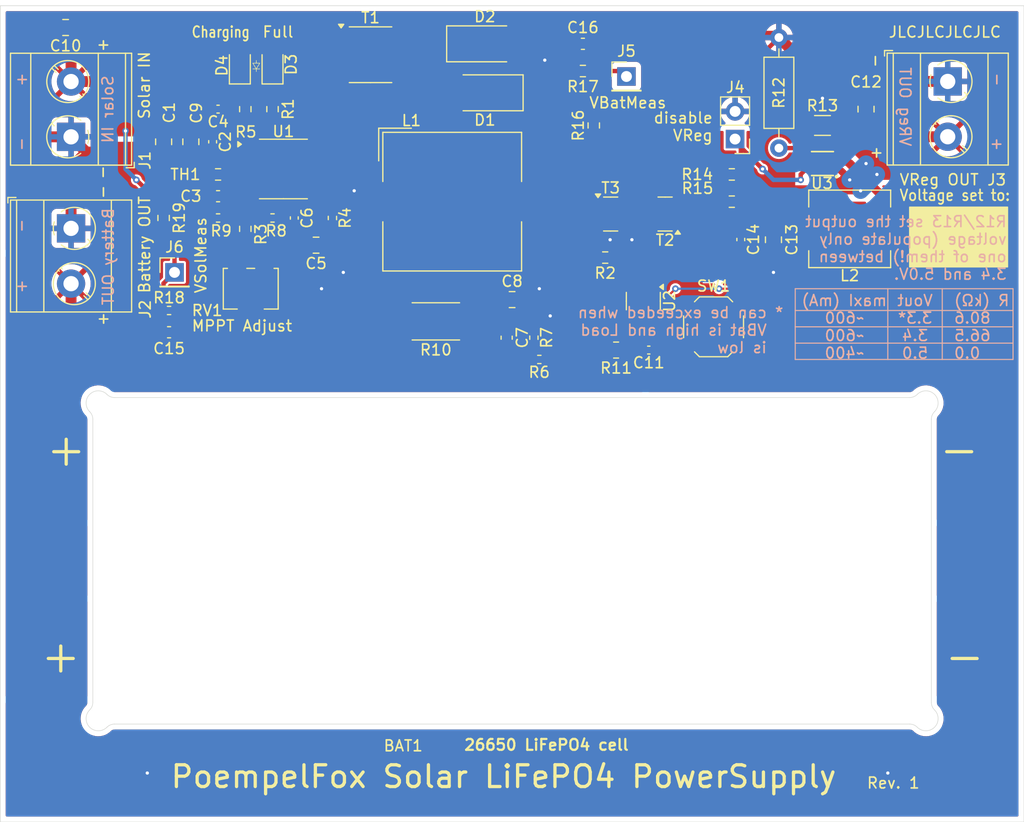
<source format=kicad_pcb>
(kicad_pcb (version 20240108) (generator "pcbnew") (generator_version "8.0")
  (layers (0 "F.Cu" signal) (31 "B.Cu" signal) (34 "B.Paste" user) (35 "F.Paste" user) (36 "B.SilkS" user "B.Silkscreen") (37 "F.SilkS" user "F.Silkscreen") (38 "B.Mask" user) (39 "F.Mask" user) (44 "Edge.Cuts" user))
  (net 0 "")
  (net 1 "Net-(D1-A)")
  (net 2 "Net-(D1-K)")
  (net 3 "GND")
  (net 4 "VSOLAR+")
  (net 5 "Net-(T1-G)")
  (net 6 "Net-(U1-CSP)")
  (net 7 "Net-(U1-FB)")
  (net 8 "Net-(U1-VG)")
  (net 9 "Net-(U1-DONE#)")
  (net 10 "VBAT+")
  (net 11 "Net-(U1-COM2)")
  (net 12 "Net-(U1-COM3)")
  (net 13 "Net-(U1-CHRG#)")
  (net 14 "Net-(U1-COM1)")
  (net 15 "Net-(U1-TEMP)")
  (net 17 "Net-(U1-MPPT)")
  (net 18 "Net-(D3-K)")
  (net 19 "Net-(D4-K)")
  (net 20 "Net-(R3-Pad2)")
  (net 21 "Net-(C5-Pad1)")
  (net 22 "Net-(U2-VDD)")
  (net 23 "VBAT-")
  (net 24 "Net-(U2-CS)")
  (net 25 "Net-(T2-D)")
  (net 26 "Net-(T2-G)")
  (net 27 "Net-(T3-G)")
  (net 29 "Net-(U3-SEL)")
  (net 30 "Net-(J4-Pin_1)")
  (net 31 "Net-(U3-LX)")
  (net 32 "Net-(R14-Pad2)")
  (net 33 "VREGOUT")
  (net 34 "Net-(J6-Pin_1)")
  (net 35 "Net-(J5-Pin_1)")
  (footprint "Capacitor_SMD:C_0603_1608Metric" (layer "F.Cu") (at 61 78.5 180)
    (property "Reference" "C3")
    (property "Value" "470pF")
  )
  (footprint "TerminalBlock_MetzConnect:TerminalBlock_MetzConnect_Type073_RT02602HBLU_1x02_P5.08mm_Horizontal" (layer "F.Cu") (at 128 67.955 -90)
    (property "Reference" "J3")
    (property "Value" "Screw_Terminal_01x02")
  )
  (footprint "Package_SO:TSSOP-16_4.4x5mm_P0.65mm" (layer "F.Cu") (at 67 76)
    (property "Reference" "U1")
    (property "Value" "CN3722")
  )
  (footprint "Resistor_SMD:R_0603_1608Metric" (layer "F.Cu") (at 95.5 72 90)
    (property "Reference" "R16")
    (property "Value" "10M")
  )
  (footprint "Capacitor_SMD:C_0805_2012Metric" (layer "F.Cu") (at 88 88)
    (property "Reference" "C8")
    (property "Value" "10uF")
  )
  (footprint "Connector_PinHeader_2.54mm:PinHeader_1x01_P2.54mm_Vertical" (layer "F.Cu") (at 57 85.5)
    (property "Reference" "J6")
    (property "Value" "SenseVSOLAR")
  )
  (footprint "Resistor_THT:R_Axial_DIN0207_L6.3mm_D2.5mm_P10.16mm_Horizontal" (layer "F.Cu") (at 112.5 74.08 90)
    (property "Reference" "R12")
    (property "Value" "VoltageSelA")
  )
  (footprint "Package_TO_SOT_SMD:SOT-23" (layer "F.Cu") (at 102.05 80.1375 180)
    (property "Reference" "T2")
    (property "Value" "AO3400A")
  )
  (footprint "Capacitor_SMD:C_0805_2012Metric" (layer "F.Cu") (at 112 82.5 -90)
    (property "Reference" "C13")
    (property "Value" "22uF")
  )
  (footprint "Resistor_SMD:R_0402_1005Metric" (layer "F.Cu") (at 56.5 89)
    (property "Reference" "R18")
    (property "Value" "1M")
  )
  (footprint "Resistor_SMD:R_0603_1608Metric" (layer "F.Cu") (at 56 80.5 -90)
    (property "Reference" "R19")
    (property "Value" "10M")
  )
  (footprint "Resistor_SMD:R_0603_1608Metric" (layer "F.Cu") (at 66 70.5 -90)
    (property "Reference" "R1")
    (property "Value" "2.4k")
  )
  (footprint "Resistor_SMD:R_0603_1608Metric" (layer "F.Cu") (at 61 76.5 180)
    (property "Reference" "TH1")
    (property "Value" "Thermistor NTC 10k")
  )
  (footprint "Diode_SMD:D_SMA" (layer "F.Cu") (at 85.5 64.5)
    (property "Reference" "D2")
    (property "Value" "SS34")
  )
  (footprint "Capacitor_SMD:C_0805_2012Metric" (layer "F.Cu") (at 56 73.5 -90)
    (property "Reference" "C1")
    (property "Value" "22uF")
  )
  (footprint "Resistor_SMD:R_0402_1005Metric" (layer "F.Cu") (at 61 80.5 180)
    (property "Reference" "R9")
    (property "Value" "1M")
  )
  (footprint "Connector_PinHeader_2.54mm:PinHeader_1x01_P2.54mm_Vertical" (layer "F.Cu") (at 98.5 67.5)
    (property "Reference" "J5")
    (property "Value" "SenseVBAT")
  )
  (footprint "Resistor_SMD:R_0603_1608Metric" (layer "F.Cu") (at 63.5 70.5 -90)
    (property "Reference" "R5")
    (property "Value" "2.4k")
  )
  (footprint "Capacitor_SMD:C_0805_2012Metric" (layer "F.Cu") (at 70 83 180)
    (property "Reference" "C5")
    (property "Value" "220nF")
  )
  (footprint "Resistor_SMD:R_2512_6332Metric" (layer "F.Cu") (at 81 90 180)
    (property "Reference" "R10")
    (property "Value" "200m")
  )
  (footprint "LED_SMD:LED_0805_2012Metric" (layer "F.Cu") (at 66 66.5 90)
    (property "Reference" "D3")
    (property "Value" "LED green")
  )
  (footprint "Capacitor_SMD:C_0805_2012Metric" (layer "F.Cu") (at 47 63 180)
    (property "Reference" "C10")
    (property "Value" "22uF")
  )
  (footprint "Connector_PinHeader_2.54mm:PinHeader_1x02_P2.54mm_Vertical" (layer "F.Cu") (at 108.475 73.25 180)
    (property "Reference" "J4")
    (property "Value" "disable-Jumper")
  )
  (footprint "Inductor_SMD:L_Sunlord_MWSA0603S" (layer "F.Cu") (at 119 81.5 180)
    (property "Reference" "L2")
    (property "Value" "4.7uH")
  )
  (footprint "Resistor_SMD:R_0603_1608Metric" (layer "F.Cu") (at 108.175 79 180)
    (property "Reference" "R15")
    (property "Value" "10M")
  )
  (footprint "Resistor_SMD:R_0402_1005Metric" (layer "F.Cu") (at 66 80.5)
    (property "Reference" "R8")
    (property "Value" "100k")
  )
  (footprint "Capacitor_SMD:C_0402_1005Metric" (layer "F.Cu") (at 68 80.5 -90)
    (property "Reference" "C6")
    (property "Value" "100nF")
  )
  (footprint "Resistor_SMD:R_0603_1608Metric" (layer "F.Cu") (at 108.175 76.5 180)
    (property "Reference" "R14")
    (property "Value" "10M")
  )
  (footprint "Capacitor_SMD:C_0805_2012Metric" (layer "F.Cu") (at 58.5 73.5 -90)
    (property "Reference" "C9")
    (property "Value" "22uF")
  )
  (footprint "Capacitor_SMD:C_0805_2012Metric" (layer "F.Cu") (at 120.5 70.5 90)
    (property "Reference" "C12")
    (property "Value" "22uF")
  )
  (footprint "foxisfrickellibrary:batteryholder_keystone_1106-jlcpcb" (layer "F.Cu") (at 88 112)
    (property "Reference" "BAT1")
    (property "Value" "~")
    (fp_line (start -38.5 -13) (end -38.5 13) (stroke (width 0.05)) (layer "Edge.Cuts"))
    (fp_line (start -36.5 -15) (end 36.5 -15) (stroke (width 0.05)) (layer "Edge.Cuts"))
    (fp_line (start -36.5 15) (end 36.5 15) (stroke (width 0.05)) (layer "Edge.Cuts"))
    (fp_line (start 38.5 -13) (end 38.5 13) (stroke (width 0.05)) (layer "Edge.Cuts"))
    (fp_arc (start -38.792893 -13.707107) (mid -38.57612 -13.382684) (end -38.5 -13) (stroke (width 0.05)) (layer "Edge.Cuts"))
    (fp_arc (start -38.792893 -13.707107) (mid -38.792893 -15.292893) (end -37.207107 -15.292893) (stroke (width 0.05)) (layer "Edge.Cuts"))
    (fp_arc (start -38.5 13) (mid -38.57612 13.382684) (end -38.792893 13.707107) (stroke (width 0.05)) (layer "Edge.Cuts"))
    (fp_arc (start -37.207107 15.292893) (mid -38.792893 15.292893) (end -38.792893 13.707107) (stroke (width 0.05)) (layer "Edge.Cuts"))
    (fp_arc (start -37.207107 15.292893) (mid -36.882684 15.07612) (end -36.5 15) (stroke (width 0.05)) (layer "Edge.Cuts"))
    (fp_arc (start -36.5 -15) (mid -36.882684 -15.07612) (end -37.207107 -15.292893) (stroke (width 0.05)) (layer "Edge.Cuts"))
    (fp_arc (start 36.5 15) (mid 36.882683 15.07612) (end 37.207107 15.292893) (stroke (width 0.05)) (layer "Edge.Cuts"))
    (fp_arc (start 37.207107 -15.292893) (mid 36.882684 -15.07612) (end 36.5 -15) (stroke (width 0.05)) (layer "Edge.Cuts"))
    (fp_arc (start 37.207107 -15.292893) (mid 38.792893 -15.292893) (end 38.792893 -13.707107) (stroke (width 0.05)) (layer "Edge.Cuts"))
    (fp_arc (start 38.5 -13) (mid 38.57612 -13.382683) (end 38.792893 -13.707107) (stroke (width 0.05)) (layer "Edge.Cuts"))
    (fp_arc (start 38.792893 13.707107) (mid 38.792893 15.292893) (end 37.207107 15.292893) (stroke (width 0.05)) (layer "Edge.Cuts"))
    (fp_arc (start 38.792893 13.707107) (mid 38.57612 13.382684) (end 38.5 13) (stroke (width 0.05)) (layer "Edge.Cuts"))
  )
  (footprint "Capacitor_SMD:C_0402_1005Metric" (layer "F.Cu") (at 60.5 73.5 -90)
    (property "Reference" "C2")
    (property "Value" "100nF")
  )
  (footprint "LED_SMD:LED_0805_2012Metric" (layer "F.Cu") (at 63 66.5 90)
    (property "Reference" "D4")
    (property "Value" "LED yellow")
  )
  (footprint "foxisfrickellibrary:UDFN-6_L2.0-W2.0-P0.65-BL-1" (layer "F.Cu") (at 116.5 75.5 90)
    (property "Reference" "U3")
    (property "Value" "MAX17224ELT+T")
  )
  (footprint "Resistor_SMD:R_0603_1608Metric" (layer "F.Cu") (at 96.55 84.1375 180)
    (property "Reference" "R2")
    (property "Value" "1.8k")
  )
  (footprint "Resistor_SMD:R_0402_1005Metric" (layer "F.Cu") (at 71.5 80.5 -90)
    (property "Reference" "R4")
    (property "Value" "120")
  )
  (footprint "TerminalBlock_MetzConnect:TerminalBlock_MetzConnect_Type073_RT02602HBLU_1x02_P5.08mm_Horizontal" (layer "F.Cu") (at 47.5 81.455 -90)
    (property "Reference" "J2")
    (property "Value" "Screw_Terminal_01x02" (hide yes))
  )
  (footprint "Capacitor_SMD:C_0402_1005Metric" (layer "F.Cu") (at 109 82.48 -90)
    (property "Reference" "C14")
    (property "Value" "100nF")
  )
  (footprint "Resistor_SMD:R_0603_1608Metric" (layer "F.Cu") (at 94.5 67 180)
    (property "Reference" "R17")
    (property "Value" "10M")
  )
  (footprint "TerminalBlock_MetzConnect:TerminalBlock_MetzConnect_Type073_RT02602HBLU_1x02_P5.08mm_Horizontal" (layer "F.Cu") (at 47.5 73.045 90)
    (property "Reference" "J1")
    (property "Value" "Screw_Terminal_01x02" (hide yes))
  )
  (footprint "Package_TO_SOT_SMD:SOT-23" (layer "F.Cu") (at 97.05 80.1375)
    (property "Reference" "T3")
    (property "Value" "AO3400A")
  )
  (footprint "Diode_SMD:D_SMA" (layer "F.Cu") (at 85.5 69 180)
    (property "Reference" "D1")
    (property "Value" "SS34")
  )
  (footprint "Capacitor_SMD:C_0603_1608Metric" (layer "F.Cu") (at 94.5 64.5 180)
    (property "Reference" "C16")
    (property "Value" "1nF")
  )
  (footprint "Potentiometer_SMD:Potentiometer_Bourns_3224W_Vertical" (layer "F.Cu") (at 64 87)
    (property "Reference" "RV1")
    (property "Value" "Poti 10k")
  )
  (footprint "Package_TO_SOT_SMD:SOT-23-6" (layer "F.Cu") (at 100.05 88.1375 -90)
    (property "Reference" "U2")
    (property "Value" "HY2112")
  )
  (footprint "Capacitor_SMD:C_0603_1608Metric" (layer "F.Cu") (at 56.5 91)
    (property "Reference" "C15")
    (property "Value" "1nF")
  )
  (footprint "Resistor_SMD:R_0805_2012Metric" (layer "F.Cu") (at 97.55 92.6375 180)
    (property "Reference" "R11")
    (property "Value" "100")
  )
  (footprint "Package_SO:SOP-8_3.9x4.9mm_P1.27mm" (layer "F.Cu") (at 75 65.5)
    (property "Reference" "T1")
    (property "Value" "SI4435DY")
  )
  (footprint "Resistor_SMD:R_0603_1608Metric" (layer "F.Cu") (at 63.5 81.5 -90)
    (property "Reference" "R3")
    (property "Value" "3.9k")
  )
  (footprint "Capacitor_SMD:C_0603_1608Metric" (layer "F.Cu") (at 87.5 91.5 -90)
    (property "Reference" "C7")
    (property "Value" "18pF")
  )
  (footprint "Resistor_SMD:R_0402_1005Metric" (layer "F.Cu") (at 90 91.5 -90)
    (property "Reference" "R7")
    (property "Value" "23.7k")
  )
  (footprint "Resistor_SMD:R_1206_3216Metric" (layer "F.Cu") (at 116.5 72)
    (property "Reference" "R13")
    (property "Value" "VoltageSelB")
  )
  (footprint "Resistor_SMD:R_0402_1005Metric" (layer "F.Cu") (at 90.5 93.5)
    (property "Reference" "R6")
    (property "Value" "48.7k")
  )
  (footprint "Capacitor_SMD:C_0402_1005Metric" (layer "F.Cu") (at 100.55 92.6375 180)
    (property "Reference" "C11")
    (property "Value" "100nF")
  )
  (footprint "Button_Switch_SMD:SW_Push_1P1T_XKB_TS-1187A" (layer "F.Cu") (at 106.5 90.5)
    (property "Reference" "SW1")
    (property "Value" "force-normal")
  )
  (footprint "Inductor_SMD:L_TDK_SLF12575" (layer "F.Cu") (at 82.5 79)
    (property "Reference" "L1")
    (property "Value" "33uH")
  )
  (footprint "Capacitor_SMD:C_0402_1005Metric" (layer "F.Cu") (at 61 70.5 180)
    (property "Reference" "C4")
    (property "Value" "100nF")
  )
  (gr_line (start 134 93.5) (end 114 93.5) (stroke (width 0.1)) (layer "B.SilkS"))
  (gr_line (start 114 90.5) (end 134 90.5) (stroke (width 0.1)) (layer "B.SilkS"))
  (gr_line (start 127.5 93.5) (end 127.5 87) (stroke (width 0.1)) (layer "B.SilkS"))
  (gr_line (start 114 93.5) (end 114 87) (stroke (width 0.1)) (layer "B.SilkS"))
  (gr_line (start 134 87) (end 134 93.5) (stroke (width 0.1)) (layer "B.SilkS"))
  (gr_line (start 114 87) (end 134 87) (stroke (width 0.1)) (layer "B.SilkS"))
  (gr_line (start 134 92) (end 114 92) (stroke (width 0.1)) (layer "B.SilkS"))
  (gr_line (start 114 89) (end 134 89) (stroke (width 0.1)) (layer "B.SilkS"))
  (gr_line (start 122.5 93.5) (end 122.5 87) (stroke (width 0.1)) (layer "B.SilkS"))
  (gr_line (start 64.826948 66.275809) (end 64.191948 66.275809) (stroke (width 0.052916)) (layer "F.SilkS"))
  (gr_line (start 64.509448 66.785939) (end 64.509448 67.045697) (stroke (width 0.052916)) (layer "F.SilkS"))
  (gr_line (start 64.509448 66.02635) (end 64.509448 66.275809) (stroke (width 0.052916)) (layer "F.SilkS"))
  (gr_line (start 64.826948 66.275809) (end 64.509448 66.804976) (stroke (width 0.052916)) (layer "F.SilkS"))
  (gr_line (start 64.826948 66.804976) (end 64.191948 66.804976) (stroke (width 0.052916)) (layer "F.SilkS"))
  (gr_line (start 64.191948 66.275809) (end 64.509448 66.804976) (stroke (width 0.052916)) (layer "F.SilkS"))
  (gr_rect (start 124.5 79.5) (end 133.5 85) (stroke (width 0.1)) (fill solid) (layer "F.SilkS"))
  (gr_line (start 41 61) (end 41 136) (stroke (width 0.05)) (layer "Edge.Cuts"))
  (gr_line (start 41 61) (end 135 61) (stroke (width 0.05)) (layer "Edge.Cuts"))
  (gr_line (start 135 136) (end 41 136) (stroke (width 0.05)) (layer "Edge.Cuts"))
  (gr_line (start 135 61) (end 135 136) (stroke (width 0.05)) (layer "Edge.Cuts"))
  (gr_text "* can be exceeded when\n  VBat is high and Load\n  is low" (at 113 93 -0) (layer "B.SilkS") (effects (font (size 1 1)) (justify left bottom mirror)))
  (gr_text "R (kΩ)\n80.6\n66.5\n0.0" (at 128.5 93.5 -0) (layer "B.SilkS") (effects (font (size 1 1)) (justify right bottom mirror)))
  (gr_text "+" (at 133 73 90) (layer "B.SilkS") (effects (font (size 1 1)) (justify left bottom mirror)))
  (gr_text "Solar IN" (at 51.463241 67.318017 90) (layer "B.SilkS") (effects (font (size 1 1)) (justify left bottom mirror)))
  (gr_text "-" (at 132 68.5 -90) (layer "B.SilkS") (effects (font (size 1 1)) (justify left bottom mirror)))
  (gr_text "+" (at 42.5 87.5 -90) (layer "B.SilkS") (effects (font (size 1 1)) (justify left bottom mirror)))
  (gr_text "+" (at 42.5 68.5 -90) (layer "B.SilkS") (effects (font (size 1 1)) (justify left bottom mirror)))
  (gr_text "-" (at 43.5 73 90) (layer "B.SilkS") (effects (font (size 1 1)) (justify left bottom mirror)))
  (gr_text "Vout\n3.3*\n3.4\n5.0" (at 125 93.5 -0) (layer "B.SilkS") (effects (font (size 1 1)) (justify bottom mirror)))
  (gr_text "maxI (mA)\n~600\n~600\n~400" (at 118.5 93.5 -0) (layer "B.SilkS") (effects (font (size 1 1)) (justify bottom mirror)))
  (gr_text "-" (at 43.5 80.5 90) (layer "B.SilkS") (effects (font (size 1 1)) (justify left bottom mirror)))
  (gr_text "Battery OUT" (at 51.5 79.5 90) (layer "B.SilkS") (effects (font (size 1 1)) (justify left bottom mirror)))
  (gr_text "VReg OUT" (at 123.5 74 -90) (layer "B.SilkS") (effects (font (size 1 1)) (justify left bottom mirror)))
  (gr_text "VBatMeas" (at 95 70.5 0) (layer "F.SilkS") (effects (font (size 1 1)) (justify left bottom)))
  (gr_text "-" (at 121.8689 66.771219 90) (layer "F.SilkS") (effects (font (size 1 1)) (justify left bottom)))
  (gr_text "MPPT Adjust" (at 58.5 91 0) (layer "F.SilkS") (effects (font (size 1 1)) (justify left bottom)))
  (gr_text "VSolMeas" (at 60 87.5 90) (layer "F.SilkS") (effects (font (size 1 1)) (justify left bottom)))
  (gr_text "VReg OUT" (at 123.5 77.568216 0) (layer "F.SilkS") (effects (font (size 1 1)) (justify left bottom)))
  (gr_text "26650 LiFePO4 cell" (at 83.5 129.5 0) (layer "F.SilkS") (effects (font (size 1 1) (thickness 0.2) (bold yes)) (justify left bottom)))
  (gr_text "Charging" (at 58.5 64 0) (layer "F.SilkS") (effects (font (size 1 0.8)) (justify left bottom)))
  (gr_text "PoempelFox Solar LiFePO4 PowerSupply" (at 56.5 133 0) (layer "F.SilkS") (effects (font (size 2 2) (thickness 0.3) (bold yes)) (justify left bottom)))
  (gr_text "+" (at 51 90.5 90) (layer "F.SilkS") (effects (font (size 1 1)) (justify left bottom)))
  (gr_text "+" (at 120.749364 75.038564 0) (layer "F.SilkS") (effects (font (size 1 1)) (justify left bottom)))
  (gr_text "Rev. 1" (at 120.5 133 0) (layer "F.SilkS") (effects (font (size 1 1)) (justify left bottom)))
  (gr_text "JLCJLCJLCJLC" (at 122.5 64 0) (layer "F.SilkS") (effects (font (size 1 1)) (justify left bottom)))
  (gr_text "Solar IN" (at 54.809484 71.5 90) (layer "F.SilkS") (effects (font (size 1 1)) (justify left bottom)))
  (gr_text "Full" (at 65 64 0) (layer "F.SilkS") (effects (font (size 1 1)) (justify left bottom)))
  (gr_text "-" (at 50.983309 78.826877 90) (layer "F.SilkS") (effects (font (size 1 1)) (justify left bottom)))
  (gr_text "disable\nVReg" (at 106.5 73.5 0) (layer "F.SilkS") (effects (font (size 1 1)) (justify right bottom)))
  (gr_text "-" (at 50.9601 77.019134 90) (layer "F.SilkS") (effects (font (size 1 1)) (justify left bottom)))
  (gr_text "Battery OUT" (at 54.834503 87.5 90) (layer "F.SilkS") (effects (font (size 1 1)) (justify left bottom)))
  (gr_text "Voltage set to:" (at 123.5 79 0) (layer "F.SilkS") (effects (font (size 1 0.9)) (justify left bottom)))
  (gr_text "+" (at 50.98329 65.327143 90) (layer "F.SilkS") (effects (font (size 1 1)) (justify left bottom)))
  (gr_text_box "R12/R13 set the output voltage (populate only one of them!) between 3.4 and 5.0V." (start 113.25 86.5) (end 134.25 79.5) (layer "B.SilkS") (effects (font (size 1 1)) (justify left top mirror)) (border no) (stroke (width 0.1)))
  (segment (start 80.5 66) (end 80.5 65) (width 0.6) (layer "F.Cu") (net 1))
  (segment (start 77.625 66.135) (end 79.635 66.135) (width 0.6) (layer "F.Cu") (net 1))
  (segment (start 79.365 64.865) (end 80.5 66) (width 0.6) (layer "F.Cu") (net 1))
  (segment (start 80.5 65) (end 79.095 63.595) (width 0.6) (layer "F.Cu") (net 1))
  (segment (start 83.5 69) (end 82.5 69) (width 0.6) (layer "F.Cu") (net 1))
  (segment (start 81.25 67.75) (end 80.5 67) (width 1) (layer "F.Cu") (net 1))
  (segment (start 77.625 67.405) (end 80.905 67.405) (width 0.6) (layer "F.Cu") (net 1))
  (segment (start 80.5 67) (end 80.5 66) (width 0.6) (layer "F.Cu") (net 1))
  (segment (start 79.635 66.135) (end 80.5 67) (width 0.6) (layer "F.Cu") (net 1))
  (segment (start 80.905 67.405) (end 81.25 67.75) (width 1) (layer "F.Cu") (net 1))
  (segment (start 79.095 63.595) (end 77.625 63.595) (width 0.6) (layer "F.Cu") (net 1))
  (segment (start 82.5 69) (end 81.25 67.75) (width 1) (layer "F.Cu") (net 1))
  (segment (start 77.625 64.865) (end 79.365 64.865) (width 0.6) (layer "F.Cu") (net 1))
  (segment (start 88.05 69.55) (end 87.5 69) (width 0.3) (layer "F.Cu") (net 2))
  (segment (start 83.5 64.5) (end 87.5 68.5) (width 1.5) (layer "F.Cu") (net 2))
  (segment (start 88.05 79) (end 88.05 69.55) (width 1.5) (layer "F.Cu") (net 2))
  (segment (start 87.5 68.5) (end 87.5 69) (width 1.5) (layer "F.Cu") (net 2))
  (segment (start 118.5 74.5) (end 118.5 72.5375) (width 0.4) (layer "F.Cu") (net 3))
  (segment (start 111.05 83.45) (end 112 83.45) (width 0.4) (layer "F.Cu") (net 3))
  (segment (start 56 74.45) (end 58.5 74.45) (width 1) (layer "F.Cu") (net 3))
  (segment (start 117.9625 72) (end 117.9625 69.3825) (width 1) (layer "F.Cu") (net 3))
  (segment (start 60.175 78.45) (end 60.225 78.5) (width 0.3) (layer "F.Cu") (net 3))
  (segment (start 110.5 84) (end 111.05 83.45) (width 0.4) (layer "F.Cu") (net 3))
  (segment (start 69.05 82.03) (end 68 80.98) (width 0.3) (layer "F.Cu") (net 3))
  (segment (start 60.175 76.125) (end 58.5 74.45) (width 0.3) (layer "F.Cu") (net 3))
  (segment (start 120.5 67.955) (end 119.39 67.955) (width 1) (layer "F.Cu") (net 3))
  (segment (start 89.5 88) (end 89.725 87.775) (width 0.4) (layer "F.Cu") (net 3))
  (segment (start 90.5 87) (end 89.725 87.775) (width 0.3) (layer "F.Cu") (net 3))
  (segment (start 108.475 70.71) (end 108.475 67.945) (width 0.4) (layer "F.Cu") (net 3))
  (segment (start 69.05 83) (end 69.05 82.03) (width 0.3) (layer "F.Cu") (net 3))
  (segment (start 120.5 69.55) (end 120.5 67.955) (width 1) (layer "F.Cu") (net 3))
  (segment (start 94 63.5) (end 112.08 63.5) (width 0.4) (layer "F.Cu") (net 3))
  (segment (start 45.045 73.045) (end 47.5 73.045) (width 1) (layer "F.Cu") (net 3))
  (segment (start 61.229999 73.98) (end 60.5 73.98) (width 0.4) (layer "F.Cu") (net 3))
  (segment (start 69.05 85.95) (end 69.45 85.95) (width 0.3) (layer "F.Cu") (net 3))
  (segment (start 112 83.45) (end 112 85.5) (width 0.6) (layer "F.Cu") (net 3))
  (segment (start 109 83.5) (end 109.5 84) (width 0.4) (layer "F.Cu") (net 3))
  (segment (start 47.5 73.045) (end 48.905 74.45) (width 1) (layer "F.Cu") (net 3))
  (segment (start 60.49 78.765) (end 60.225 78.5) (width 0.3) (layer "F.Cu") (net 3))
  (segment (start 91 66) (end 91 64.5) (width 0.3) (layer "F.Cu") (net 3))
  (segment (start 118.15 74.85) (end 118.5 74.5) (width 0.4) (layer "F.Cu") (net 3))
  (segment (start 116.5 69.5) (end 116.5 67.92) (width 0.6) (layer "F.Cu") (net 3))
  (segment (start 117.9625 69.3825) (end 116.29 67.71) (width 1) (layer "F.Cu") (net 3))
  (segment (start 88.95 88) (end 89.725 88.775) (width 0.4) (layer "F.Cu") (net 3))
  (segment (start 95.725 84.1375) (end 95.725 82.5) (width 0.4) (layer "F.Cu") (net 3))
  (segment (start 119.39 67.955) (end 117.9625 69.3825) (width 1) (layer "F.Cu") (net 3))
  (segment (start 108.475 67.945) (end 112.5 63.92) (width 0.4) (layer "F.Cu") (net 3))
  (segment (start 91.01 90.06) (end 91.01 93.5) (width 0.4) (layer "F.Cu") (net 3))
  (segment (start 116.5 67.92) (end 116.29 67.71) (width 0.6) (layer "F.Cu") (net 3))
  (segment (start 69.05 85.95) (end 69.05 83) (width 0.3) (layer "F.Cu") (net 3))
  (segment (start 60.49 80.5) (end 60.49 78.765) (width 0.3) (layer "F.Cu") (net 3))
  (segment (start 69.45 85.95) (end 70.5 87) (width 0.3) (layer "F.Cu") (net 3))
  (segment (start 89.725 88.775) (end 91.01 90.06) (width 0.4) (layer "F.Cu") (net 3))
  (segment (start 57.275 89.265) (end 57.01 89) (width 0.4) (layer "F.Cu") (net 3))
  (segment (start 63.95 88.45) (end 62.75 87.25) (width 0.3) (layer "F.Cu") (net 3))
  (segment (start 43 66) (end 43 71) (width 1) (layer "F.Cu") (net 3))
  (segment (start 93.725 63.775) (end 94 63.5) (width 0.4) (layer "F.Cu") (net 3))
  (segment (start 128 67.955) (end 120.5 67.955) (width 1) (layer "F.Cu") (net 3))
  (segment (start 57.275 91) (end 57.275 89.265) (width 0.4) (layer "F.Cu") (net 3))
  (segment (start 64 88.45) (end 66.55 88.45) (width 0.3) (layer "F.Cu") (net 3))
  (segment (start 109 82.96) (end 109 83.5) (width 0.4) (layer "F.Cu") (net 3))
  (segment (start 109.5 84) (end 110.5 84) (width 0.4) (layer "F.Cu") (net 3))
  (segment (start 118.5 72.5375) (end 117.9625 72) (width 0.4) (layer "F.Cu") (net 3))
  (segment (start 60.175 76.5) (end 60.175 76.125) (width 0.3) (layer "F.Cu") (net 3))
  (segment (start 91.5 89.57) (end 91.5 89.5) (width 0.4) (layer "F.Cu") (net 3))
  (segment (start 93.725 64.5) (end 93.725 63.775) (width 0.4) (layer "F.Cu") (net 3))
  (segment (start 116.29 67.71) (end 112.5 63.92) (width 1) (layer "F.Cu") (net 3))
  (segment (start 60.49 80.5) (end 60.49 83.29) (width 0.3) (layer "F.Cu") (net 3))
  (segment (start 48.905 74.45) (end 56 74.45) (width 1) (layer "F.Cu") (net 3))
  (segment (start 95.725 82.5) (end 95.725 81.475) (width 0.4) (layer "F.Cu") (net 3))
  (segment (start 43 71) (end 45.045 73.045) (width 1) (layer "F.Cu") (net 3))
  (segment (start 63.45 89) (end 64 88.45) (width 0.4) (layer "F.Cu") (net 3))
  (segment (start 60.175 76.5) (end 60.175 78.45) (width 0.3) (layer "F.Cu") (net 3))
  (segment (start 93.675 67) (end 93.675 64.55) (width 0.4) (layer "F.Cu") (net 3))
  (segment (start 64 88.45) (end 63.95 88.45) (width 0.3) (layer "F.Cu") (net 3))
  (segment (start 64.1375 75.025) (end 62.274999 75.025) (width 0.4) (layer "F.Cu") (net 3))
  (segment (start 57.01 89) (end 63.45 89) (width 0.4) (layer "F.Cu") (net 3))
  (segment (start 88.95 88) (end 89.5 88) (width 0.4) (layer "F.Cu") (net 3))
  (segment (start 47.5 75.855) (end 48.905 74.45) (width 1) (layer "F.Cu") (net 3))
  (segment (start 93.675 64.55) (end 93.725 64.5) (width 0.4) (layer "F.Cu") (net 3))
  (segment (start 46.05 63) (end 43.05 66) (width 1) (layer "F.Cu") (net 3))
  (segment (start 117.9625 72) (end 117.916994 72.045506) (width 0.6) (layer "F.Cu") (net 3))
  (segment (start 117.25 74.85) (end 118.15 74.85) (width 0.4) (layer "F.Cu") (net 3))
  (segment (start 58.97 73.98) (end 58.5 74.45) (width 0.3) (layer "F.Cu") (net 3))
  (segment (start 43.05 66) (end 43 66) (width 1) (layer "F.Cu") (net 3))
  (segment (start 60.49 83.29) (end 62.75 85.55) (width 0.3) (layer "F.Cu") (net 3))
  (segment (start 47.5 81.455) (end 47.5 75.855) (width 1) (layer "F.Cu") (net 3))
  (segment (start 62.75 87.25) (end 62.75 85.55) (width 0.3) (layer "F.Cu") (net 3))
  (segment (start 60.5 73.98) (end 58.97 73.98) (width 0.4) (layer "F.Cu") (net 3))
  (segment (start 66.55 88.45) (end 69.05 85.95) (width 0.3) (layer "F.Cu") (net 3))
  (segment (start 61.624999 74.375) (end 61.229999 73.98) (width 0.4) (layer "F.Cu") (net 3))
  (segment (start 91.01 90.06) (end 91.5 89.57) (width 0.4) (layer "F.Cu") (net 3))
  (segment (start 95.725 81.475) (end 96.1125 81.0875) (width 0.4) (layer "F.Cu") (net 3))
  (segment (start 64.1375 74.375) (end 61.624999 74.375) (width 0.4) (layer "F.Cu") (net 3))
  (segment (start 62.274999 75.025) (end 61.624999 74.375) (width 0.4) (layer "F.Cu") (net 3))
  (segment (start 91 64.5) (end 87.5 64.5) (width 0.4) (layer "F.Cu") (net 3))
  (segment (start 97 82.5) (end 95.725 82.5) (width 0.4) (layer "F.Cu") (net 3))
  (segment (start 69.9 85.5) (end 72.5 85.5) (width 0.3) (layer "F.Cu") (net 3))
  (segment (start 112.08 63.5) (end 112.5 63.92) (width 0.4) (layer "F.Cu") (net 3))
  (segment (start 69.45 85.95) (end 69.9 85.5) (width 0.3) (layer "F.Cu") (net 3))
  (segment (start 93.725 64.5) (end 91 64.5) (width 0.4) (layer "F.Cu") (net 3))
  (via (at 91 66) (size 0.6) (drill 0.3) (layers "F.Cu" "B.Cu") (net 3))
  (via (at 97 82.5) (size 0.6) (drill 0.3) (layers "F.Cu" "B.Cu") (net 3))
  (via (at 99 82.5) (size 0.6) (drill 0.3) (layers "F.Cu" "B.Cu") (net 3))
  (via (at 112 85.5) (size 0.6) (drill 0.3) (layers "F.Cu" "B.Cu") (net 3))
  (via (at 91.5 89.5) (size 0.6) (drill 0.3) (layers "F.Cu" "B.Cu") (net 3))
  (via (at 72.5 85.5) (size 0.6) (drill 0.3) (layers "F.Cu" "B.Cu") (net 3))
  (via (at 73.5 78) (size 0.6) (drill 0.3) (layers "F.Cu" "B.Cu") (net 3))
  (via (at 122.5 131.5) (size 0.6) (drill 0.3) (layers "F.Cu" "B.Cu") (net 3))
  (via (at 54.5 131.5) (size 0.6) (drill 0.3) (layers "F.Cu" "B.Cu") (net 3))
  (via (at 116.5 69.5) (size 0.6) (drill 0.3) (layers "F.Cu" "B.Cu") (net 3))
  (via (at 70.5 87) (size 0.6) (drill 0.3) (layers "F.Cu" "B.Cu") (net 3))
  (via (at 90.5 87) (size 0.6) (drill 0.3) (layers "F.Cu" "B.Cu") (net 3))
  (segment (start 91.5 89.5) (end 97 84) (width 0.4) (layer "B.Cu") (net 3))
  (segment (start 72.5 85.5) (end 91 67) (width 0.3) (layer "B.Cu") (net 3))
  (segment (start 70.5 87) (end 90.5 87) (width 0.3) (layer "B.Cu") (net 3))
  (segment (start 112 85.5) (end 116.5 81) (width 0.6) (layer "B.Cu") (net 3))
  (segment (start 91 67) (end 91 66) (width 0.3) (layer "B.Cu") (net 3))
  (segment (start 116.5 81) (end 116.5 69.5) (width 0.6) (layer "B.Cu") (net 3))
  (segment (start 97 84) (end 97 82.5) (width 0.4) (layer "B.Cu") (net 3))
  (segment (start 68 73.801935) (end 68 76.5) (width 0.4) (layer "F.Cu") (net 4))
  (segment (start 66 63.595) (end 62.5 63.595) (width 1) (layer "F.Cu") (net 4))
  (segment (start 68.573065 74.375) (end 68 73.801935) (width 0.4) (layer "F.Cu") (net 4))
  (segment (start 68 73.801935) (end 68 63.595) (width 0.4) (layer "F.Cu") (net 4))
  (segment (start 68 63.595) (end 66 63.595) (width 1) (layer "F.Cu") (net 4))
  (segment (start 58.5 72.55) (end 56 72.55) (width 1) (layer "F.Cu") (net 4))
  (segment (start 63 64.095) (end 62.5 63.595) (width 0.3) (layer "F.Cu") (net 4))
  (segment (start 68.595 63.595) (end 72.375 63.595) (width 0.6) (layer "F.Cu") (net 4))
  (segment (start 52.5 71) (end 52.5 72.5) (width 0.4) (layer "F.Cu") (net 4))
  (segment (start 54.55 72.55) (end 52.75 70.75) (width 1) (layer "F.Cu") (net 4))
  (segment (start 60.5 73.02) (end 58.97 73.02) (width 0.3) (layer "F.Cu") (net 4))
  (segment (start 72.375 64.865) (end 69.865 64.865) (width 0.6) (layer "F.Cu") (net 4))
  (segment (start 49.965 67.965) (end 47.5 67.965) (width 1) (layer "F.Cu") (net 4))
  (segment (start 68.595 63.595) (end 68 63.595) (width 1) (layer "F.Cu") (net 4))
  (segment (start 47.95 65.55) (end 47.95 63) (width 1) (layer "F.Cu") (net 4))
  (segment (start 58.5 67.5) (end 58.5 72.55) (width 1) (layer "F.Cu") (net 4))
  (segment (start 58.97 73.02) (end 58.5 72.55) (width 0.3) (layer "F.Cu") (net 4))
  (segment (start 47.5 67.965) (end 47.5 66) (width 1) (layer "F.Cu") (net 4))
  (segment (start 60.5 73.02) (end 60.5 70.52) (width 0.3) (layer "F.Cu") (net 4))
  (segment (start 52.75 70.75) (end 49.965 67.965) (width 1) (layer "F.Cu") (net 4))
  (segment (start 66 65.5875) (end 66 63.595) (width 0.3) (layer "F.Cu") (net 4))
  (segment (start 72.375 66.135) (end 71.135 66.135) (width 0.6) (layer "F.Cu") (net 4))
  (segment (start 62.5 63.595) (end 62.405 63.595) (width 1) (layer "F.Cu") (net 4))
  (segment (start 52.75 70.75) (end 52.5 71) (width 0.4) (layer "F.Cu") (net 4))
  (segment (start 68 76.5) (end 66.51 77.99) (width 0.4) (layer "F.Cu") (net 4))
  (segment (start 47.5 66) (end 47.95 65.55) (width 1) (layer "F.Cu") (net 4))
  (segment (start 60.5 70.52) (end 60.52 70.5) (width 0.3) (layer "F.Cu") (net 4))
  (segment (start 56 79.675) (end 56 79.5) (width 0.4) (layer "F.Cu") (net 4))
  (segment (start 62.405 63.595) (end 58.5 67.5) (width 1) (layer "F.Cu") (net 4))
  (segment (start 69.8625 74.375) (end 68.573065 74.375) (width 0.4) (layer "F.Cu") (net 4))
  (segment (start 69.865 64.865) (end 69.5 64.5) (width 0.6) (layer "F.Cu") (net 4))
  (segment (start 56 72.55) (end 54.55 72.55) (width 1) (layer "F.Cu") (net 4))
  (segment (start 69.5 64.5) (end 68.595 63.595) (width 0.6) (layer "F.Cu") (net 4))
  (segment (start 71.135 66.135) (end 69.5 64.5) (width 0.6) (layer "F.Cu") (net 4))
  (segment (start 66.51 77.99) (end 66.51 80.5) (width 0.4) (layer "F.Cu") (net 4))
  (segment (start 63 65.5875) (end 63 64.095) (width 0.3) (layer "F.Cu") (net 4))
  (segment (start 56 79.5) (end 53.5 77) (width 0.4) (layer "F.Cu") (net 4))
  (via (at 53.5 77) (size 0.6) (drill 0.3) (layers "F.Cu" "B.Cu") (net 4))
  (via (at 52.5 72.5) (size 0.6) (drill 0.3) (layers "F.Cu" "B.Cu") (net 4))
  (segment (start 52.5 72.5) (end 52.5 76) (width 0.4) (layer "B.Cu") (net 4))
  (segment (start 52.5 76) (end 53.5 77) (width 0.4) (layer "B.Cu") (net 4))
  (segment (start 71.275 73.725) (end 72 73) (width 0.4) (layer "F.Cu") (net 5))
  (segment (start 69.8625 73.725) (end 71.275 73.725) (width 0.4) (layer "F.Cu") (net 5))
  (segment (start 70 69.5) (end 70 68.5) (width 0.4) (layer "F.Cu") (net 5))
  (segment (start 70 68.5) (end 71.095 67.405) (width 0.4) (layer "F.Cu") (net 5))
  (segment (start 72 73) (end 72 71.5) (width 0.4) (layer "F.Cu") (net 5))
  (segment (start 71.095 67.405) (end 72.375 67.405) (width 0.4) (layer "F.Cu") (net 5))
  (segment (start 72 71.5) (end 70 69.5) (width 0.4) (layer "F.Cu") (net 5))
  (segment (start 69.8625 75.675) (end 73.625 75.675) (width 0.4) (layer "F.Cu") (net 6))
  (segment (start 76.95 88) (end 76.95 79) (width 1.5) (layer "F.Cu") (net 6))
  (segment (start 76.95 88.9125) (end 76.95 88) (width 1.5) (layer "F.Cu") (net 6))
  (segment (start 78.0375 90) (end 76.95 88.9125) (width 1.5) (layer "F.Cu") (net 6))
  (segment (start 73.625 75.675) (end 76.95 79) (width 0.4) (layer "F.Cu") (net 6))
  (segment (start 90 93.49) (end 77.99 93.49) (width 0.3) (layer "F.Cu") (net 7))
  (segment (start 75.5 82) (end 71.125 77.625) (width 0.3) (layer "F.Cu") (net 7))
  (segment (start 71.125 77.625) (end 69.8625 77.625) (width 0.3) (layer "F.Cu") (net 7))
  (segment (start 77.99 93.49) (end 75.5 91) (width 0.3) (layer "F.Cu") (net 7))
  (segment (start 75.5 91) (end 75.5 82) (width 0.3) (layer "F.Cu") (net 7))
  (segment (start 90 92.01) (end 90 93.49) (width 0.3) (layer "F.Cu") (net 7))
  (segment (start 89.735 92.275) (end 90 92.01) (width 0.3) (layer "F.Cu") (net 7))
  (segment (start 87.5 92.275) (end 89.735 92.275) (width 0.3) (layer "F.Cu") (net 7))
  (segment (start 61.48 70.5) (end 61.48 72.48) (width 0.3) (layer "F.Cu") (net 8))
  (segment (start 62.725 73.725) (end 64.1375 73.725) (width 0.3) (layer "F.Cu") (net 8))
  (segment (start 61.48 72.48) (end 62.725 73.725) (width 0.3) (layer "F.Cu") (net 8))
  (segment (start 66 71.325) (end 66 76) (width 0.3) (layer "F.Cu") (net 9))
  (segment (start 66 76) (end 65.675 76.325) (width 0.3) (layer "F.Cu") (net 9))
  (segment (start 65.675 76.325) (end 64.1375 76.325) (width 0.3) (layer "F.Cu") (net 9))
  (segment (start 95.5 77) (end 94 77) (width 1) (layer "F.Cu") (net 10))
  (segment (start 114 75.5) (end 110.5 79) (width 1) (layer "F.Cu") (net 10))
  (segment (start 96 90) (end 96.6375 90.6375) (width 1) (layer "F.Cu") (net 10))
  (segment (start 87.5 88.45) (end 87.05 88) (width 0.3) (layer "F.Cu") (net 10))
  (segment (start 54 95) (end 47.5 88.5) (width 1) (layer "F.Cu") (net 10))
  (segment (start 87 84.5) (end 90.5 84.5) (width 1) (layer "F.Cu") (net 10))
  (segment (start 87.765 90.99) (end 87.5 90.725) (width 0.3) (layer "F.Cu") (net 10))
  (segment (start 69.8625 75.025) (end 75.475 75.025) (width 0.4) (layer "F.Cu") (net 10))
  (segment (start 87.5 90.725) (end 87.5 88.45) (width 0.3) (layer "F.Cu") (net 10))
  (segment (start 83.9625 81.4625) (end 87 84.5) (width 1) (layer "F.Cu") (net 10))
  (segment (start 47.5 88.5) (end 47.5 86.535) (width 1) (layer "F.Cu") (net 10))
  (segment (start 54 95) (end 49 95) (width 1) (layer "F.Cu") (net 10))
  (segment (start 115.75 75.5) (end 114 75.5) (width 0.4) (layer "F.Cu") (net 10))
  (segment (start 87.05 88) (end 83.9625 88) (width 1) (layer "F.Cu") (net 10))
  (segment (start 109 79) (end 109 80.5) (width 0.2) (layer "F.Cu") (net 10))
  (segment (start 110.5 80.05) (end 110.05 80.5) (width 1) (layer "F.Cu") (net 10))
  (segment (start 43.5 109.05) (end 46.45 112) (width 1) (layer "F.Cu") (net 10))
  (segment (start 46.7 112) (end 46.5 112) (width 1) (layer "F.Cu") (net 10))
  (segment (start 110.05 80.5) (end 112 80.5) (width 1) (layer "F.Cu") (net 10))
  (segment (start 75.475 75.025) (end 77.525 75.025) (width 1) (layer "F.Cu") (net 10))
  (segment (start 94.5 95) (end 54 95) (width 1) (layer "F.Cu") (net 10))
  (segment (start 115.925 81.55) (end 115.975 81.5) (width 0.4) (layer "F.Cu") (net 10))
  (segment (start 109 80.5) (end 106.5 80.5) (width 1) (layer "F.Cu") (net 10))
  (segment (start 87.5 90.725) (end 84.6875 90.725) (width 0.3) (layer "F.Cu") (net 10))
  (segment (start 77.525 75.025) (end 83.9625 81.4625) (width 1) (layer "F.Cu") (net 10))
  (segment (start 106 79) (end 104 77) (width 1) (layer "F.Cu") (net 10))
  (segment (start 110.5 79) (end 110.5 80.05) (width 1) (layer "F.Cu") (net 10))
  (segment (start 92 79) (end 92 83) (width 1) (layer "F.Cu") (net 10))
  (segment (start 90 90.99) (end 87.765 90.99) (width 0.3) (layer "F.Cu") (net 10))
  (segment (start 106 80) (end 106 79) (width 1) (layer "F.Cu") (net 10))
  (segment (start 84.6875 90.725) (end 83.9625 90) (width 0.3) (layer "F.Cu") (net 10))
  (segment (start 109 82) (end 109 80.5) (width 0.2) (layer "F.Cu") (net 10))
  (segment (start 95.5 72.825) (end 95.5 77) (width 0.4) (layer "F.Cu") (net 10))
  (segment (start 49 95) (end 43.5 100.5) (width 1) (layer "F.Cu") (net 10))
  (segment (start 43.5 100.5) (end 43.5 109.05) (width 1) (layer "F.Cu") (net 10))
  (segment (start 96.6375 90.6375) (end 96.6375 92.6375) (width 1) (layer "F.Cu") (net 10))
  (segment (start 94 77) (end 92 79) (width 1) (layer "F.Cu") (net 10))
  (segment (start 90.5 84.5) (end 96 90) (width 1) (layer "F.Cu") (net 10))
  (segment (start 83.9625 81.4625) (end 83.9625 88) (width 1) (layer "F.Cu") (net 10))
  (segment (start 96 90) (end 96 93.5) (width 1) (layer "F.Cu") (net 10))
  (segment (start 112 80.5) (end 113 80.5) (width 1) (layer "F.Cu") (net 10))
  (segment (start 104 77) (end 95.5 77) (width 1) (layer "F.Cu") (net 10))
  (segment (start 96 93.5) (end 94.5 95) (width 1) (layer "F.Cu") (net 10))
  (segment (start 110.05 80.5) (end 109 80.5) (width 1) (layer "F.Cu") (net 10))
  (segment (start 92 83) (end 90.5 84.5) (width 1) (layer "F.Cu") (net 10))
  (segment (start 114 81.5) (end 115.975 81.5) (width 1) (layer "F.Cu") (net 10))
  (segment (start 113 80.5) (end 114 81.5) (width 1) (layer "F.Cu") (net 10))
  (segment (start 83.9625 88) (end 83.9625 90) (width 1) (layer "F.Cu") (net 10))
  (segment (start 106.5 80.5) (end 106 80) (width 1) (layer "F.Cu") (net 10))
  (segment (start 112 81.55) (end 112 80.5) (width 1) (layer "F.Cu") (net 10))
  (segment (start 70.775 78.275) (end 71.5 79) (width 0.3) (layer "F.Cu") (net 11))
  (segment (start 69.8625 78.275) (end 70.775 78.275) (width 0.3) (layer "F.Cu") (net 11))
  (segment (start 71.5 79) (end 71.5 79.99) (width 0.3) (layer "F.Cu") (net 11))
  (segment (start 68 80.02) (end 68 78) (width 0.3) (layer "F.Cu") (net 12))
  (segment (start 68 78) (end 69.025 76.975) (width 0.3) (layer "F.Cu") (net 12))
  (segment (start 69.025 76.975) (end 69.8625 76.975) (width 0.3) (layer "F.Cu") (net 12))
  (segment (start 65.325 75.675) (end 65.5 75.5) (width 0.3) (layer "F.Cu") (net 13))
  (segment (start 65.5 73.325) (end 63.5 71.325) (width 0.3) (layer "F.Cu") (net 13))
  (segment (start 64.1375 75.675) (end 65.325 75.675) (width 0.3) (layer "F.Cu") (net 13))
  (segment (start 65.5 75.5) (end 65.5 73.325) (width 0.3) (layer "F.Cu") (net 13))
  (segment (start 62.725 78.275) (end 64.1375 78.275) (width 0.3) (layer "F.Cu") (net 14))
  (segment (start 61.51 78.765) (end 61.775 78.5) (width 0.3) (layer "F.Cu") (net 14))
  (segment (start 61.51 80.5) (end 61.51 78.765) (width 0.3) (layer "F.Cu") (net 14))
  (segment (start 62.5 78.5) (end 62.725 78.275) (width 0.3) (layer "F.Cu") (net 14))
  (segment (start 61.775 78.5) (end 62.5 78.5) (width 0.3) (layer "F.Cu") (net 14))
  (segment (start 62.975 76.975) (end 62.5 76.5) (width 0.3) (layer "F.Cu") (net 15))
  (segment (start 64.1375 76.975) (end 62.975 76.975) (width 0.3) (layer "F.Cu") (net 15))
  (segment (start 62.5 76.5) (end 61.825 76.5) (width 0.3) (layer "F.Cu") (net 15))
  (segment (start 65.49 77.99) (end 65.49 80.5) (width 0.3) (layer "F.Cu") (net 17))
  (segment (start 64.1375 77.625) (end 65.125 77.625) (width 0.3) (layer "F.Cu") (net 17))
  (segment (start 65.49 80.5) (end 63.675 80.5) (width 0.3) (layer "F.Cu") (net 17))
  (segment (start 65.125 77.625) (end 65.49 77.99) (width 0.3) (layer "F.Cu") (net 17))
  (segment (start 63.675 80.5) (end 63.5 80.675) (width 0.3) (layer "F.Cu") (net 17))
  (segment (start 66 67.4125) (end 66 69.675) (width 0.3) (layer "F.Cu") (net 18))
  (segment (start 63 68.5) (end 63 67.4125) (width 0.3) (layer "F.Cu") (net 19))
  (segment (start 63.5 69.675) (end 63.5 69) (width 0.3) (layer "F.Cu") (net 19))
  (segment (start 63.5 69) (end 63 68.5) (width 0.3) (layer "F.Cu") (net 19))
  (segment (start 65.25 84.075) (end 63.5 82.325) (width 0.3) (layer "F.Cu") (net 20))
  (segment (start 65.25 85.55) (end 65.25 84.075) (width 0.3) (layer "F.Cu") (net 20))
  (segment (start 71.5 81.01) (end 71.5 82.45) (width 0.3) (layer "F.Cu") (net 21))
  (segment (start 71.5 82.45) (end 70.95 83) (width 0.3) (layer "F.Cu") (net 21))
  (segment (start 98.4625 92.6375) (end 100.07 92.6375) (width 0.4) (layer "F.Cu") (net 22))
  (segment (start 100.05 92.6175) (end 100.07 92.6375) (width 0.4) (layer "F.Cu") (net 22))
  (segment (start 100.05 89.275) (end 100.05 92.6175) (width 0.4) (layer "F.Cu") (net 22))
  (segment (start 103.5 92.375) (end 102.7625 92.375) (width 0.2) (layer "F.Cu") (net 23))
  (segment (start 103.18125 94) (end 109.5 94) (width 0.4) (layer "F.Cu") (net 23))
  (segment (start 102.9875 79.1875) (end 104.1 79.1875) (width 1) (layer "F.Cu") (net 23))
  (segment (start 101.818898 92.6375) (end 102.5 93.318602) (width 0.4) (layer "F.Cu") (net 23))
  (segment (start 102.5 93.31875) (end 103.18125 94) (width 0.4) (layer "F.Cu") (net 23))
  (segment (start 127 93) (end 132.5 98.5) (width 1) (layer "F.Cu") (net 23))
  (segment (start 107.5 90.5) (end 110.5 90.5) (width 1) (layer "F.Cu") (net 23))
  (segment (start 104.55 87.55) (end 107.5 90.5) (width 1) (layer "F.Cu") (net 23))
  (segment (start 111 94) (end 112.5 92.5) (width 0.4) (layer "F.Cu") (net 23))
  (segment (start 110.5 90.5) (end 112.5 92.5) (width 1) (layer "F.Cu") (net 23))
  (segment (start 112.5 92.5) (end 113 93) (width 1) (layer "F.Cu") (net 23))
  (segment (start 102.5 93.318602) (end 102.5 93.31875) (width 0.4) (layer "F.Cu") (net 23))
  (segment (start 101 92.6075) (end 101.03 92.6375) (width 0.4) (layer "F.Cu") (net 23))
  (segment (start 132.5 98.5) (end 132.5 109.05) (width 1) (layer "F.Cu") (net 23))
  (segment (start 109.5 94) (end 111 94) (width 0.4) (layer "F.Cu") (net 23))
  (segment (start 104.55 79.6375) (end 104.55 87.55) (width 1) (layer "F.Cu") (net 23))
  (segment (start 104.1 79.1875) (end 104.55 79.6375) (width 1) (layer "F.Cu") (net 23))
  (segment (start 102.5 92.6375) (end 101.818898 92.6375) (width 0.3) (layer "F.Cu") (net 23))
  (segment (start 101.818898 92.6375) (end 101.03 92.6375) (width 0.4) (layer "F.Cu") (net 23))
  (segment (start 102.7625 92.375) (end 102.5 92.6375) (width 0.2) (layer "F.Cu") (net 23))
  (segment (start 101 89.275) (end 101 92.6075) (width 0.4) (layer "F.Cu") (net 23))
  (segment (start 132.5 109.05) (end 129.55 112) (width 1) (layer "F.Cu") (net 23))
  (segment (start 109.5 92.375) (end 109.5 94) (width 0.2) (layer "F.Cu") (net 23))
  (segment (start 113 93) (end 127 93) (width 1) (layer "F.Cu") (net 23))
  (segment (start 97.375 84.1375) (end 99.05 84.1375) (width 0.4) (layer "F.Cu") (net 24))
  (segment (start 109.5 88) (end 109 87.5) (width 0.2) (layer "F.Cu") (net 24))
  (segment (start 100.05 85.1375) (end 100.05 87) (width 0.4) (layer "F.Cu") (net 24))
  (segment (start 99.05 84.1375) (end 100.05 85.1375) (width 0.4) (layer "F.Cu") (net 24))
  (segment (start 109 87.5) (end 108.5 87) (width 0.2) (layer "F.Cu") (net 24))
  (segment (start 101.5 88.2125) (end 103.0875 88.2125) (width 0.2) (layer "F.Cu") (net 24))
  (segment (start 100.05 87.662499) (end 100.600001 88.2125) (width 0.2) (layer "F.Cu") (net 24))
  (segment (start 103 87) (end 101.7875 88.2125) (width 0.2) (layer "F.Cu") (net 24))
  (segment (start 108.5 87) (end 107 87) (width 0.2) (layer "F.Cu") (net 24))
  (segment (start 103.0875 88.2125) (end 103.5 88.625) (width 0.2) (layer "F.Cu") (net 24))
  (segment (start 101.7875 88.2125) (end 101.5 88.2125) (width 0.2) (layer "F.Cu") (net 24))
  (segment (start 100.05 87) (end 100.05 87.662499) (width 0.2) (layer "F.Cu") (net 24))
  (segment (start 109.5 88.625) (end 109.5 88) (width 0.2) (layer "F.Cu") (net 24))
  (segment (start 100.600001 88.2125) (end 101.5 88.2125) (width 0.2) (layer "F.Cu") (net 24))
  (via (at 103 87) (size 0.6) (drill 0.3) (layers "F.Cu" "B.Cu") (net 24))
  (via (at 107 87) (size 0.6) (drill 0.3) (layers "F.Cu" "B.Cu") (net 24))
  (segment (start 107 87) (end 103 87) (width 0.2) (layer "B.Cu") (net 24))
  (segment (start 101.1125 80.1375) (end 97.9875 80.1375) (width 0.6) (layer "F.Cu") (net 25))
  (segment (start 101 82.1875) (end 102.1 81.0875) (width 0.4) (layer "F.Cu") (net 26))
  (segment (start 101 87) (end 101 82.1875) (width 0.4) (layer "F.Cu") (net 26))
  (segment (start 102.1 81.0875) (end 102.9875 81.0875) (width 0.4) (layer "F.Cu") (net 26))
  (segment (start 94.55 79.6375) (end 94.55 84.6375) (width 0.4) (layer "F.Cu") (net 27))
  (segment (start 96.1125 79.1875) (end 95 79.1875) (width 0.4) (layer "F.Cu") (net 27))
  (segment (start 94.55 84.6375) (end 95.55 85.6375) (width 0.4) (layer "F.Cu") (net 27))
  (segment (start 98.55 85.6375) (end 99.1 86.1875) (width 0.4) (layer "F.Cu") (net 27))
  (segment (start 99.1 86.1875) (end 99.1 87) (width 0.4) (layer "F.Cu") (net 27))
  (segment (start 95 79.1875) (end 94.55 79.6375) (width 0.4) (layer "F.Cu") (net 27))
  (segment (start 95.55 85.6375) (end 98.55 85.6375) (width 0.4) (layer "F.Cu") (net 27))
  (segment (start 114.08 72.9575) (end 114.08 73.5) (width 0.4) (layer "F.Cu") (net 29))
  (segment (start 114.08 74.08) (end 112.5 74.08) (width 0.4) (layer "F.Cu") (net 29))
  (segment (start 114.08 74.08) (end 114.08 73.5) (width 0.4) (layer "F.Cu") (net 29))
  (segment (start 115.0375 72) (end 114.08 72.9575) (width 0.4) (layer "F.Cu") (net 29))
  (segment (start 114.85 74.85) (end 114.08 74.08) (width 0.4) (layer "F.Cu") (net 29))
  (segment (start 115.75 74.85) (end 114.85 74.85) (width 0.4) (layer "F.Cu") (net 29))
  (segment (start 115.75 76.15) (end 114.85 76.15) (width 0.4) (layer "F.Cu") (net 30))
  (segment (start 109 73.775) (end 109 76.5) (width 0.4) (layer "F.Cu") (net 30))
  (segment (start 108.475 73.25) (end 109 73.775) (width 0.4) (layer "F.Cu") (net 30))
  (segment (start 114.5 76.5) (end 114.5 77) (width 0.4) (layer "F.Cu") (net 30))
  (segment (start 111 76) (end 108.475 73.475) (width 0.4) (layer "F.Cu") (net 30))
  (segment (start 114.85 76.15) (end 114.5 76.5) (width 0.4) (layer "F.Cu") (net 30))
  (via (at 114.5 77) (size 0.6) (drill 0.3) (layers "F.Cu" "B.Cu") (net 30))
  (via (at 111 76) (size 0.6) (drill 0.3) (layers "F.Cu" "B.Cu") (net 30))
  (segment (start 114.5 77) (end 112 77) (width 0.4) (layer "B.Cu") (net 30))
  (segment (start 112 77) (end 111 76) (width 0.4) (layer "B.Cu") (net 30))
  (segment (start 119 75.5) (end 117.25 75.5) (width 0.4) (layer "F.Cu") (net 31))
  (segment (start 122.025 81.5) (end 122.025 78.525) (width 0.8) (layer "F.Cu") (net 31))
  (segment (start 122.025 78.525) (end 119 75.5) (width 0.8) (layer "F.Cu") (net 31))
  (segment (start 107.35 79) (end 107.35 76.5) (width 0.4) (layer "F.Cu") (net 32))
  (segment (start 120.5 75.5) (end 121.5 74.5) (width 0.6) (layer "F.Cu") (net 33))
  (segment (start 121.5 74.5) (end 122.965 73.035) (width 1) (layer "F.Cu") (net 33))
  (segment (start 118.15 76.15) (end 118.5 76.5) (width 0.6) (layer "F.Cu") (net 33))
  (segment (start 122.965 73.035) (end 128 73.035) (width 1) (layer "F.Cu") (net 33))
  (segment (start 121.5 74.5) (end 120.5 73.5) (width 0.6) (layer "F.Cu") (net 33))
  (segment (start 119 78) (end 120 78) (width 0.6) (layer "F.Cu") (net 33))
  (segment (start 120.5 73.5) (end 120.5 71.45) (width 0.6) (layer "F.Cu") (net 33))
  (segment (start 118.5 76.5) (end 118.5 77.5) (width 0.6) (layer "F.Cu") (net 33))
  (segment (start 121.5 76.5) (end 121.5 74.5) (width 0.6) (layer "F.Cu") (net 33))
  (segment (start 117.25 76.15) (end 118.15 76.15) (width 0.4) (layer "F.Cu") (net 33))
  (segment (start 118.5 77.5) (end 119 78) (width 0.6) (layer "F.Cu") (net 33))
  (segment (start 118.5 76.5) (end 119 77) (width 0.6) (layer "F.Cu") (net 33))
  (via (at 120 78) (size 0.6) (drill 0.3) (layers "F.Cu" "B.Cu") (net 33))
  (via (at 119 77) (size 0.6) (drill 0.3) (layers "F.Cu" "B.Cu") (net 33))
  (via (at 120.5 75.5) (size 0.6) (drill 0.3) (layers "F.Cu" "B.Cu") (net 33))
  (via (at 121.5 76.5) (size 0.6) (drill 0.3) (layers "F.Cu" "B.Cu") (net 33))
  (segment (start 119 77) (end 120.5 75.5) (width 1.5) (layer "B.Cu") (net 33))
  (segment (start 120 78) (end 121.5 76.5) (width 1.5) (layer "B.Cu") (net 33))
  (segment (start 57 85.5) (end 57 83.5) (width 0.4) (layer "F.Cu") (net 34))
  (segment (start 55.725 89.265) (end 55.99 89) (width 0.4) (layer "F.Cu") (net 34))
  (segment (start 56 82.5) (end 56 81.325) (width 0.4) (layer "F.Cu") (net 34))
  (segment (start 57 83.5) (end 56 82.5) (width 0.4) (layer "F.Cu") (net 34))
  (segment (start 55.99 86.51) (end 55.99 89) (width 0.4) (layer "F.Cu") (net 34))
  (segment (start 55.725 91) (end 55.725 89.265) (width 0.4) (layer "F.Cu") (net 34))
  (segment (start 57 85.5) (end 55.99 86.51) (width 0.4) (layer "F.Cu") (net 34))
  (segment (start 95.325 67) (end 95.325 64.55) (width 0.4) (layer "F.Cu") (net 35))
  (segment (start 95.325 64.55) (end 95.275 64.5) (width 0.4) (layer "F.Cu") (net 35))
  (segment (start 95.325 67) (end 98 67) (width 0.4) (layer "F.Cu") (net 35))
  (segment (start 98 67) (end 98.5 67.5) (width 0.4) (layer "F.Cu") (net 35))
  (segment (start 95.5 71.175) (end 95.5 67.175) (width 0.4) (layer "F.Cu") (net 35))
  (segment (start 95.5 67.175) (end 95.325 67) (width 0.4) (layer "F.Cu") (net 35))
  (zone (net 10) (net_name "VBAT+") (layer "F.Cu") (priority 8) (connect_pads (clearance 0.2)) (min_thickness 0.2) (fill yes (thermal_gap 0.5) (thermal_bridge_width 0.5))
    (polygon (pts (xy 93.5 84.5) (xy 95.5 86.5) (xy 100 86.5) (xy 100 97) (xy 52 97) (xy 51 96) (xy 48.5 96) (xy 48.5 98.5) (xy 49.5 99.5) (xy 49.5 124.5) (xy 41 124.5) (xy 41 84) (xy 54.5 84) (xy 54.5 92) (xy 75.5 92) (xy 77.5 94) (xy 92.5 94) (xy 92.5 89) (xy 92 87.5) (xy 91 86.5) (xy 93.5 86.5)))
  )
  (zone (net 3) (net_name "GND") (layer "F.Cu") (priority 10) (connect_pads (clearance 0.2)) (min_thickness 0.2) (fill yes (thermal_gap 0.5) (thermal_bridge_width 0.5))
    (polygon (pts (xy 94 79.5) (xy 95 78.5) (xy 101.5 78.5) (xy 101.5 86) (xy 95.5 86) (xy 94 84.5)))
  )
  (zone (net 33) (net_name "VREGOUT") (layer "F.Cu") (connect_pads (clearance 0.2)) (min_thickness 0.2) (fill yes (thermal_gap 0.5) (thermal_bridge_width 0.5))
    (polygon (pts (xy 120.5 78) (xy 118.417067 75.905748) (xy 116.5 75.90718) (xy 116.5 78.329717) (xy 120.184386 78.329717)))
  )
  (zone (net 33) (net_name "VREGOUT") (layer "F.Cu") (priority 1) (connect_pads (clearance 0.5)) (min_thickness 0.25) (fill yes (thermal_gap 0.5) (thermal_bridge_width 0.5))
    (polygon (pts (xy 129.5 77) (xy 121.5 77) (xy 119.5 75) (xy 119.5 71) (xy 122.05 71) (xy 129.5 71)))
  )
  (zone (net 3) (net_name "GND") (layer "F.Cu") (priority 13) (connect_pads (clearance 0.2)) (min_thickness 0.2) (fill yes (thermal_gap 0.5) (thermal_bridge_width 0.5))
    (polygon (pts (xy 55 91.5) (xy 76 91.5) (xy 76 76.5) (xy 74.5 76.5) (xy 73.5 75.5) (xy 71.5 75.5) (xy 71.5 77) (xy 66.5 77) (xy 66.5 73.5) (xy 49.5 73.5) (xy 49.5 70.5) (xy 44.5 70.5) (xy 44.5 65) (xy 46.5 63.5) (xy 46.5 61) (xy 41 61) (xy 41 83.5) (xy 55 83.5)))
  )
  (zone (net 3) (net_name "GND") (layer "F.Cu") (priority 15) (connect_pads (clearance 0.2)) (min_thickness 0.25) (fill yes (thermal_gap 0.5) (thermal_bridge_width 0.5))
    (polygon (pts (xy 73.5 61) (xy 73.5 62.5) (xy 50 62.5) (xy 50 62) (xy 46.5 62) (xy 46.5 61)))
  )
  (zone (net 1) (net_name "Net-(D1-A)") (layer "F.Cu") (priority 5) (connect_pads (clearance 0.2)) (min_thickness 0.2) (fill yes (thermal_gap 0.5) (thermal_bridge_width 0.5))
    (polygon (pts (xy 76.5 63) (xy 81.5 63) (xy 81.5 65.5) (xy 85 68) (xy 85 70.5) (xy 82 70.5) (xy 79.5 68) (xy 76.5 68)))
  )
  (zone (net 23) (net_name "VBAT-") (layer "F.Cu") (priority 9) (connect_pads (clearance 0.2)) (min_thickness 0.2) (fill yes (thermal_gap 0.5) (thermal_bridge_width 0.5))
    (polygon (pts (xy 102 78.5) (xy 104.5 78.5) (xy 105.5 80) (xy 105.5 86.5) (xy 135 86.5) (xy 135 124.5) (xy 126.5 124.5) (xy 126.5 99) (xy 127.5 98) (xy 127.5 96) (xy 125.5 96) (xy 124.5 97) (xy 100.5 97) (xy 100.5 88.5) (xy 102 88.5)))
  )
  (zone (net 3) (net_name "GND") (layer "F.Cu") (priority 11) (connect_pads (clearance 0.2)) (min_thickness 0.2) (fill yes (thermal_gap 0.5) (thermal_bridge_width 0.5))
    (polygon (pts (xy 106 86) (xy 106 83) (xy 113 83) (xy 114 84) (xy 121 84) (xy 121 77.5) (xy 130 77.5) (xy 130 70.5) (xy 135 70.5) (xy 135 86)))
  )
  (zone (net 3) (net_name "GND") (layer "F.Cu") (priority 4) (connect_pads (clearance 0.5)) (min_thickness 0.25) (fill yes (thermal_gap 0.5) (thermal_bridge_width 0.5))
    (polygon (pts (xy 106 61) (xy 106 72) (xy 89.5 72) (xy 89.5 68) (xy 85.5 64.5) (xy 85.5 63) (xy 82 63) (xy 82 62.5) (xy 76 62.5) (xy 76.032353 68) (xy 73.5 68) (xy 73.5 61)))
  )
  (zone (net 3) (net_name "GND") (layer "F.Cu") (priority 7) (connect_pads (clearance 0.2)) (min_thickness 0.2) (fill yes (thermal_gap 0.5) (thermal_bridge_width 0.5))
    (polygon (pts (xy 88 86.5) (xy 90.5 86.5) (xy 91.5 87.5) (xy 92 89.5) (xy 92 94) (xy 88.5 94) (xy 88.5 90.5) (xy 88 89)))
  )
  (zone (net 3) (net_name "GND") (layer "F.Cu") (priority 2) (connect_pads (clearance 0.5)) (min_thickness 0.25) (fill yes (thermal_gap 0.5) (thermal_bridge_width 0.5))
    (polygon (pts (xy 118.446671 75.090397) (xy 119 74.5) (xy 119 71) (xy 119.5 70.5) (xy 135 70.5) (xy 135 61) (xy 106 61) (xy 106 72) (xy 113.5 72) (xy 113.5 70.5) (xy 116.5 70.5) (xy 116.49904 75.090397)))
  )
  (zone (net 3) (net_name "GND") (layer "F.Cu") (priority 14) (connect_pads (clearance 0.2)) (min_thickness 0.2) (fill yes (thermal_gap 0.5) (thermal_bridge_width 0.5))
    (polygon (pts (xy 41 125) (xy 49.5 125) (xy 48.5 126) (xy 48.5 128) (xy 50.5 128) (xy 51.5 127) (xy 124.5 127) (xy 125.5 128) (xy 127.5 128) (xy 127.5 126) (xy 126.5 125) (xy 135 125) (xy 135 136) (xy 41 136)))
  )
  (zone (net 4) (net_name "VSOLAR+") (layer "F.Cu") (priority 12) (connect_pads (clearance 0.2)) (min_thickness 0.2) (fill yes (thermal_gap 0.5) (thermal_bridge_width 0.5))
    (polygon (pts (xy 45 70) (xy 45 65.5) (xy 47 64) (xy 47 62) (xy 49.5 62) (xy 49.5 63) (xy 73.5 63) (xy 73.5 67) (xy 70.5 67) (xy 69.5 68) (xy 69.5 70) (xy 71 71.5) (xy 71 76.5) (xy 67 76.5) (xy 67 73) (xy 50 73) (xy 50 70)))
  )
  (zone (net 10) (net_name "VBAT+") (layer "F.Cu") (priority 6) (connect_pads (clearance 0.2)) (min_thickness 0.2) (fill yes (thermal_gap 0.5) (thermal_bridge_width 0.5))
    (polygon (pts (xy 71.5 68.5) (xy 79 68.5) (xy 81.5 71) (xy 89 71) (xy 89 72.5) (xy 114 72.5) (xy 114 77.5) (xy 116 77.5) (xy 116 79) (xy 120.5 79) (xy 120.5 83.5) (xy 114 83.5) (xy 113 82.5) (xy 105.5 82.5) (xy 105.5 79) (xy 104 78) (xy 95 78) (xy 93.5 79.5) (xy 93.5 86.5) (xy 88 86.5) (xy 88 93) (xy 78.5 93) (xy 76.5 91) (xy 76.5 76) (xy 75 76) (xy 74 75) (xy 71.5 75)))
  )
  (zone (net 3) (net_name "GND") (layer "B.Cu") (priority 3) (connect_pads (clearance 0.5)) (min_thickness 0.25) (fill yes (thermal_gap 0.5) (thermal_bridge_width 0.5))
    (polygon (pts (xy 41 61) (xy 135 61) (xy 135 136) (xy 41 136)))
  )
)
</source>
